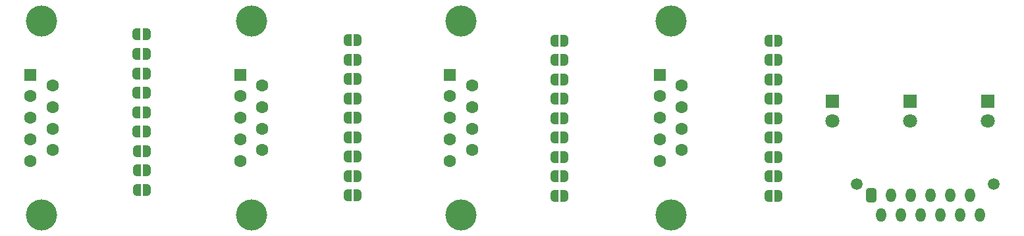
<source format=gts>
G04 #@! TF.GenerationSoftware,KiCad,Pcbnew,8.0.8*
G04 #@! TF.CreationDate,2025-02-08T12:44:00+01:00*
G04 #@! TF.ProjectId,OverlordInterface,4f766572-6c6f-4726-9449-6e7465726661,rev?*
G04 #@! TF.SameCoordinates,Original*
G04 #@! TF.FileFunction,Soldermask,Top*
G04 #@! TF.FilePolarity,Negative*
%FSLAX46Y46*%
G04 Gerber Fmt 4.6, Leading zero omitted, Abs format (unit mm)*
G04 Created by KiCad (PCBNEW 8.0.8) date 2025-02-08 12:44:00*
%MOMM*%
%LPD*%
G01*
G04 APERTURE LIST*
G04 Aperture macros list*
%AMRoundRect*
0 Rectangle with rounded corners*
0 $1 Rounding radius*
0 $2 $3 $4 $5 $6 $7 $8 $9 X,Y pos of 4 corners*
0 Add a 4 corners polygon primitive as box body*
4,1,4,$2,$3,$4,$5,$6,$7,$8,$9,$2,$3,0*
0 Add four circle primitives for the rounded corners*
1,1,$1+$1,$2,$3*
1,1,$1+$1,$4,$5*
1,1,$1+$1,$6,$7*
1,1,$1+$1,$8,$9*
0 Add four rect primitives between the rounded corners*
20,1,$1+$1,$2,$3,$4,$5,0*
20,1,$1+$1,$4,$5,$6,$7,0*
20,1,$1+$1,$6,$7,$8,$9,0*
20,1,$1+$1,$8,$9,$2,$3,0*%
%AMFreePoly0*
4,1,19,0.500000,-0.750000,0.000000,-0.750000,0.000000,-0.744911,-0.071157,-0.744911,-0.207708,-0.704816,-0.327430,-0.627875,-0.420627,-0.520320,-0.479746,-0.390866,-0.500000,-0.250000,-0.500000,0.250000,-0.479746,0.390866,-0.420627,0.520320,-0.327430,0.627875,-0.207708,0.704816,-0.071157,0.744911,0.000000,0.744911,0.000000,0.750000,0.500000,0.750000,0.500000,-0.750000,0.500000,-0.750000,
$1*%
%AMFreePoly1*
4,1,19,0.000000,0.744911,0.071157,0.744911,0.207708,0.704816,0.327430,0.627875,0.420627,0.520320,0.479746,0.390866,0.500000,0.250000,0.500000,-0.250000,0.479746,-0.390866,0.420627,-0.520320,0.327430,-0.627875,0.207708,-0.704816,0.071157,-0.744911,0.000000,-0.744911,0.000000,-0.750000,-0.500000,-0.750000,-0.500000,0.750000,0.000000,0.750000,0.000000,0.744911,0.000000,0.744911,
$1*%
G04 Aperture macros list end*
%ADD10FreePoly0,180.000000*%
%ADD11FreePoly1,180.000000*%
%ADD12R,1.800000X1.800000*%
%ADD13C,1.800000*%
%ADD14C,4.000000*%
%ADD15R,1.600000X1.600000*%
%ADD16C,1.600000*%
%ADD17C,1.500000*%
%ADD18RoundRect,0.250000X-0.400000X0.650000X-0.400000X-0.650000X0.400000X-0.650000X0.400000X0.650000X0*%
%ADD19O,1.300000X1.800000*%
G04 APERTURE END LIST*
D10*
X140849999Y-95705000D03*
D11*
X139550001Y-95705000D03*
D10*
X113699999Y-82468375D03*
D11*
X112400001Y-82468375D03*
D12*
X211830000Y-91055000D03*
D13*
X211830000Y-93595000D03*
D10*
X140849999Y-88205000D03*
D11*
X139550001Y-88205000D03*
D10*
X113699999Y-92468373D03*
D11*
X112400001Y-92468373D03*
D10*
X167399998Y-98240000D03*
D11*
X166100000Y-98240000D03*
D10*
X194899998Y-100740000D03*
D11*
X193600000Y-100740000D03*
D12*
X221830000Y-91055000D03*
D13*
X221830000Y-93595000D03*
D10*
X194899998Y-88240000D03*
D11*
X193600000Y-88240000D03*
D10*
X194899998Y-90740000D03*
D11*
X193600000Y-90740000D03*
D10*
X194899998Y-93240000D03*
D11*
X193600000Y-93240000D03*
D10*
X140849999Y-98205000D03*
D11*
X139550001Y-98205000D03*
D10*
X140849999Y-90705000D03*
D11*
X139550001Y-90705000D03*
D14*
X100190000Y-105695000D03*
X100190000Y-80695000D03*
D15*
X98770000Y-87655000D03*
D16*
X98770000Y-90425000D03*
X98770000Y-93195000D03*
X98770000Y-95965000D03*
X98770000Y-98735000D03*
X101610000Y-89040000D03*
X101610000Y-91810000D03*
X101610000Y-94580000D03*
X101610000Y-97350000D03*
D14*
X181080000Y-105695000D03*
X181080000Y-80695000D03*
D15*
X179660000Y-87655000D03*
D16*
X179660000Y-90425000D03*
X179660000Y-93195000D03*
X179660000Y-95965000D03*
X179660000Y-98735000D03*
X182500000Y-89040000D03*
X182500000Y-91810000D03*
X182500000Y-94580000D03*
X182500000Y-97350000D03*
D10*
X194899998Y-98240000D03*
D11*
X193600000Y-98240000D03*
D14*
X127153333Y-105695000D03*
X127153333Y-80695000D03*
D15*
X125733333Y-87655000D03*
D16*
X125733333Y-90425000D03*
X125733333Y-93195000D03*
X125733333Y-95965000D03*
X125733333Y-98735000D03*
X128573333Y-89040000D03*
X128573333Y-91810000D03*
X128573333Y-94580000D03*
X128573333Y-97350000D03*
D10*
X167399998Y-100740000D03*
D11*
X166100000Y-100740000D03*
D10*
X167399998Y-88240000D03*
D11*
X166100000Y-88240000D03*
D10*
X194899998Y-85740000D03*
D11*
X193600000Y-85740000D03*
D10*
X113699999Y-87468376D03*
D11*
X112400001Y-87468376D03*
D10*
X140849999Y-100705000D03*
D11*
X139550001Y-100705000D03*
D10*
X113699999Y-89968373D03*
D11*
X112400001Y-89968373D03*
D10*
X167399997Y-103240000D03*
D11*
X166099999Y-103240000D03*
D10*
X140849999Y-103205000D03*
D11*
X139550001Y-103205000D03*
D14*
X154116666Y-105695000D03*
X154116666Y-80695000D03*
D15*
X152696666Y-87655000D03*
D16*
X152696666Y-90425000D03*
X152696666Y-93195000D03*
X152696666Y-95965000D03*
X152696666Y-98735000D03*
X155536666Y-89040000D03*
X155536666Y-91810000D03*
X155536666Y-94580000D03*
X155536666Y-97350000D03*
D10*
X167399998Y-85740000D03*
D11*
X166100000Y-85740000D03*
D10*
X194899998Y-83240000D03*
D11*
X193600000Y-83240000D03*
D10*
X140849999Y-85705000D03*
D11*
X139550001Y-85705000D03*
D10*
X113750000Y-102468375D03*
D11*
X112450002Y-102468375D03*
D10*
X194899998Y-103240000D03*
D11*
X193600000Y-103240000D03*
D10*
X167399998Y-95740000D03*
D11*
X166100000Y-95740000D03*
D10*
X167399998Y-93240000D03*
D11*
X166100000Y-93240000D03*
D10*
X167399998Y-90740000D03*
D11*
X166100000Y-90740000D03*
D12*
X201830000Y-91055000D03*
D13*
X201830000Y-93595000D03*
D10*
X113750000Y-99968375D03*
D11*
X112450002Y-99968375D03*
D10*
X113749999Y-97468376D03*
D11*
X112450001Y-97468376D03*
D10*
X140849999Y-83205000D03*
D11*
X139550001Y-83205000D03*
D10*
X140849999Y-93205000D03*
D11*
X139550001Y-93205000D03*
D10*
X113699999Y-94968373D03*
D11*
X112400001Y-94968373D03*
D10*
X167399998Y-83240000D03*
D11*
X166100000Y-83240000D03*
D10*
X194899998Y-95740000D03*
D11*
X193600000Y-95740000D03*
D10*
X113699999Y-84968376D03*
D11*
X112400001Y-84968376D03*
D17*
X222590001Y-101710000D03*
X205020001Y-101710000D03*
D18*
X206820001Y-103190000D03*
D19*
X208090001Y-105730000D03*
X209360001Y-103190000D03*
X210630001Y-105730000D03*
X211900000Y-103190000D03*
X213170001Y-105730000D03*
X214440001Y-103190000D03*
X215710001Y-105730000D03*
X216980001Y-103190000D03*
X218250001Y-105730000D03*
X219520001Y-103190000D03*
X220790001Y-105730000D03*
M02*

</source>
